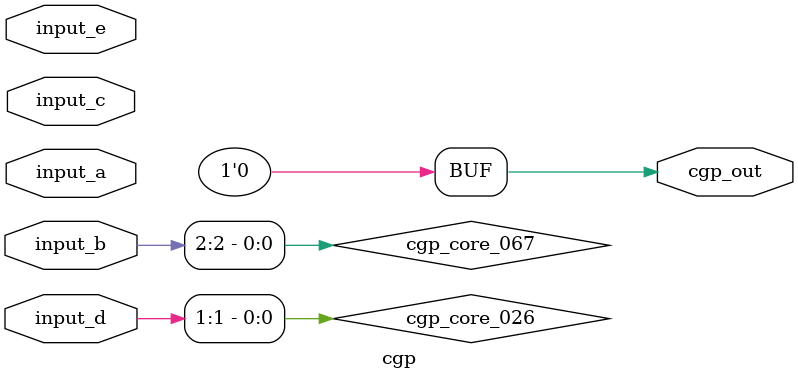
<source format=v>
module cgp(input [2:0] input_a, input [2:0] input_b, input [2:0] input_c, input [2:0] input_d, input [2:0] input_e, output [0:0] cgp_out);
  wire cgp_core_018;
  wire cgp_core_024;
  wire cgp_core_026;
  wire cgp_core_029;
  wire cgp_core_031;
  wire cgp_core_033;
  wire cgp_core_034;
  wire cgp_core_037;
  wire cgp_core_044;
  wire cgp_core_045;
  wire cgp_core_048;
  wire cgp_core_049;
  wire cgp_core_051;
  wire cgp_core_052;
  wire cgp_core_054;
  wire cgp_core_057;
  wire cgp_core_060_not;
  wire cgp_core_063;
  wire cgp_core_064;
  wire cgp_core_066;
  wire cgp_core_067;
  wire cgp_core_069;
  wire cgp_core_072;
  wire cgp_core_077_not;
  wire cgp_core_078;

  assign cgp_core_018 = input_a[0] & input_b[0];
  assign cgp_core_024 = ~input_d[1];
  assign cgp_core_026 = ~cgp_core_024;
  assign cgp_core_029 = input_d[2] ^ input_e[0];
  assign cgp_core_031 = ~(input_e[1] ^ input_b[0]);
  assign cgp_core_033 = input_a[0] | input_d[0];
  assign cgp_core_034 = input_e[2] ^ input_d[0];
  assign cgp_core_037 = ~(input_d[2] ^ input_a[1]);
  assign cgp_core_044 = input_e[2] & input_d[0];
  assign cgp_core_045 = ~(input_b[2] & input_b[2]);
  assign cgp_core_048 = input_c[2] | input_a[0];
  assign cgp_core_049 = input_c[2] & input_e[2];
  assign cgp_core_051 = ~(input_b[2] ^ input_c[2]);
  assign cgp_core_052 = input_b[1] | input_a[0];
  assign cgp_core_054 = input_b[1] & cgp_core_052;
  assign cgp_core_057 = ~(input_e[0] & input_c[1]);
  assign cgp_core_060_not = ~input_a[2];
  assign cgp_core_063 = ~(input_b[1] | input_c[2]);
  assign cgp_core_064 = cgp_core_063 | input_c[2];
  assign cgp_core_066 = ~(input_b[1] ^ input_d[1]);
  assign cgp_core_067 = ~cgp_core_045;
  assign cgp_core_069 = ~(input_e[1] | input_b[1]);
  assign cgp_core_072 = input_e[0] & input_c[0];
  assign cgp_core_077_not = ~input_a[1];
  assign cgp_core_078 = input_c[2] | input_d[0];

  assign cgp_out[0] = 1'b0;
endmodule
</source>
